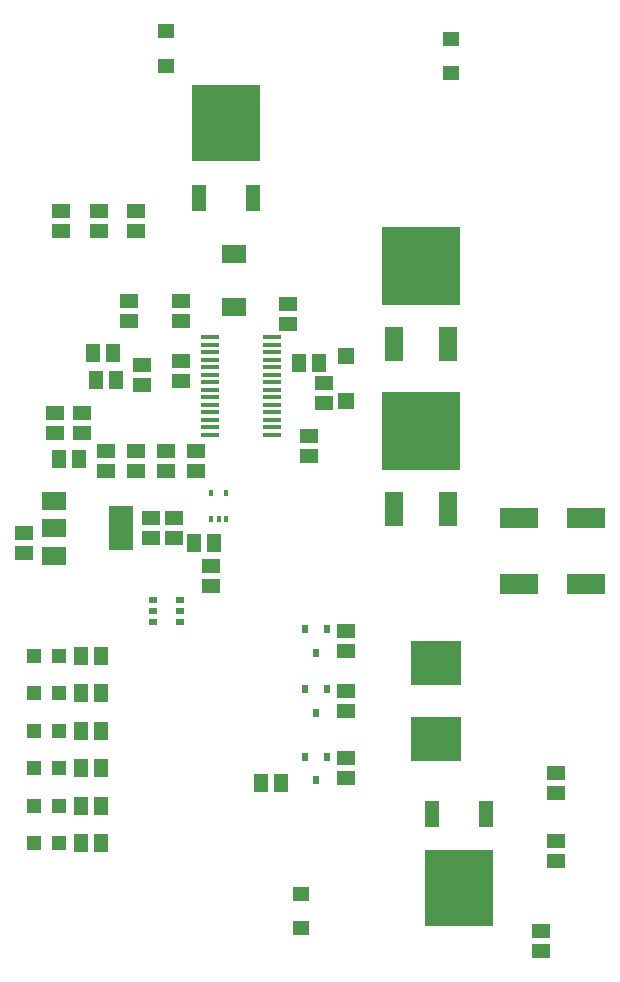
<source format=gtp>
G75*
%MOIN*%
%OFA0B0*%
%FSLAX25Y25*%
%IPPOS*%
%LPD*%
%AMOC8*
5,1,8,0,0,1.08239X$1,22.5*
%
%ADD10R,0.05512X0.05118*%
%ADD11R,0.08268X0.06299*%
%ADD12R,0.16700X0.15000*%
%ADD13R,0.06300X0.01400*%
%ADD14R,0.05906X0.05118*%
%ADD15R,0.05118X0.05906*%
%ADD16R,0.05512X0.05512*%
%ADD17R,0.04724X0.04724*%
%ADD18R,0.12598X0.07087*%
%ADD19R,0.22835X0.25197*%
%ADD20R,0.04724X0.08661*%
%ADD21R,0.01181X0.02362*%
%ADD22R,0.07874X0.05906*%
%ADD23R,0.07874X0.14961*%
%ADD24R,0.02362X0.03150*%
%ADD25R,0.26378X0.26378*%
%ADD26R,0.06299X0.11811*%
%ADD27R,0.03150X0.01969*%
D10*
X0143000Y0069791D03*
X0143000Y0081209D03*
X0193000Y0354791D03*
X0193000Y0366209D03*
X0098000Y0368709D03*
X0098000Y0357291D03*
D11*
X0120500Y0294358D03*
X0120500Y0276642D03*
D12*
X0188000Y0158050D03*
X0188000Y0132950D03*
D13*
X0133450Y0234250D03*
X0133450Y0236750D03*
X0133450Y0239250D03*
X0133450Y0241750D03*
X0133450Y0244250D03*
X0133450Y0246750D03*
X0133450Y0249250D03*
X0133450Y0251750D03*
X0133450Y0254250D03*
X0133450Y0256750D03*
X0133450Y0259250D03*
X0133450Y0261750D03*
X0133450Y0264250D03*
X0133450Y0266750D03*
X0112550Y0266750D03*
X0112550Y0264250D03*
X0112550Y0261750D03*
X0112550Y0259250D03*
X0112550Y0256750D03*
X0112550Y0254250D03*
X0112550Y0251750D03*
X0112550Y0249250D03*
X0112550Y0246750D03*
X0112550Y0244250D03*
X0112550Y0241750D03*
X0112550Y0239250D03*
X0112550Y0236750D03*
X0112550Y0234250D03*
D14*
X0108000Y0228846D03*
X0108000Y0222154D03*
X0098000Y0222154D03*
X0098000Y0228846D03*
X0088000Y0228846D03*
X0088000Y0222154D03*
X0078000Y0222154D03*
X0078000Y0228846D03*
X0070000Y0234654D03*
X0070000Y0241346D03*
X0061000Y0241346D03*
X0061000Y0234654D03*
X0050500Y0201346D03*
X0050500Y0194654D03*
X0090000Y0250654D03*
X0090000Y0257346D03*
X0085500Y0272154D03*
X0085500Y0278846D03*
X0088000Y0302154D03*
X0088000Y0308846D03*
X0075500Y0308846D03*
X0075500Y0302154D03*
X0063000Y0302154D03*
X0063000Y0308846D03*
X0103000Y0278846D03*
X0103000Y0272154D03*
X0103000Y0258846D03*
X0103000Y0252154D03*
X0100500Y0206346D03*
X0100500Y0199654D03*
X0093000Y0199654D03*
X0093000Y0206346D03*
X0113000Y0190346D03*
X0113000Y0183654D03*
X0145500Y0227154D03*
X0145500Y0233846D03*
X0150500Y0244654D03*
X0150500Y0251346D03*
X0138500Y0271154D03*
X0138500Y0277846D03*
X0158000Y0168846D03*
X0158000Y0162154D03*
X0158000Y0148846D03*
X0158000Y0142154D03*
X0158000Y0126346D03*
X0158000Y0119654D03*
X0223000Y0068846D03*
X0223000Y0062154D03*
X0228000Y0092154D03*
X0228000Y0098846D03*
X0228000Y0114654D03*
X0228000Y0121346D03*
D15*
X0136346Y0118000D03*
X0129654Y0118000D03*
X0076346Y0123000D03*
X0069654Y0123000D03*
X0069654Y0110500D03*
X0076346Y0110500D03*
X0076346Y0098000D03*
X0069654Y0098000D03*
X0069654Y0135500D03*
X0076346Y0135500D03*
X0076346Y0148000D03*
X0069654Y0148000D03*
X0069654Y0160500D03*
X0076346Y0160500D03*
X0107154Y0198000D03*
X0113846Y0198000D03*
X0081346Y0252500D03*
X0080346Y0261500D03*
X0073654Y0261500D03*
X0074654Y0252500D03*
X0068846Y0226000D03*
X0062154Y0226000D03*
X0142154Y0258000D03*
X0148846Y0258000D03*
D16*
X0158000Y0260480D03*
X0158000Y0245520D03*
D17*
X0053866Y0098000D03*
X0062134Y0098000D03*
X0062134Y0110500D03*
X0053866Y0110500D03*
X0053866Y0123000D03*
X0062134Y0123000D03*
X0062134Y0135500D03*
X0053866Y0135500D03*
X0053866Y0148000D03*
X0062134Y0148000D03*
X0062134Y0160500D03*
X0053866Y0160500D03*
D18*
X0215500Y0184476D03*
X0215500Y0206524D03*
X0238000Y0206524D03*
X0238000Y0184476D03*
D19*
X0195500Y0083000D03*
X0118000Y0338000D03*
D20*
X0109024Y0313197D03*
X0126976Y0313197D03*
X0186524Y0107803D03*
X0204476Y0107803D03*
D21*
X0118059Y0206071D03*
X0115500Y0206071D03*
X0112941Y0206071D03*
X0113059Y0214929D03*
X0118059Y0214929D03*
D22*
X0060598Y0212055D03*
X0060598Y0203000D03*
X0060598Y0193945D03*
D23*
X0083000Y0203000D03*
D24*
X0144260Y0169437D03*
X0151740Y0169437D03*
X0148000Y0161563D03*
X0144260Y0149437D03*
X0151740Y0149437D03*
X0148000Y0141563D03*
X0144260Y0126937D03*
X0151740Y0126937D03*
X0148000Y0119063D03*
D25*
X0183000Y0235500D03*
X0183000Y0290500D03*
D26*
X0173945Y0264319D03*
X0192055Y0264319D03*
X0192055Y0209319D03*
X0173945Y0209319D03*
D27*
X0102528Y0179240D03*
X0102528Y0175500D03*
X0102528Y0171760D03*
X0093472Y0171760D03*
X0093472Y0175500D03*
X0093472Y0179240D03*
M02*

</source>
